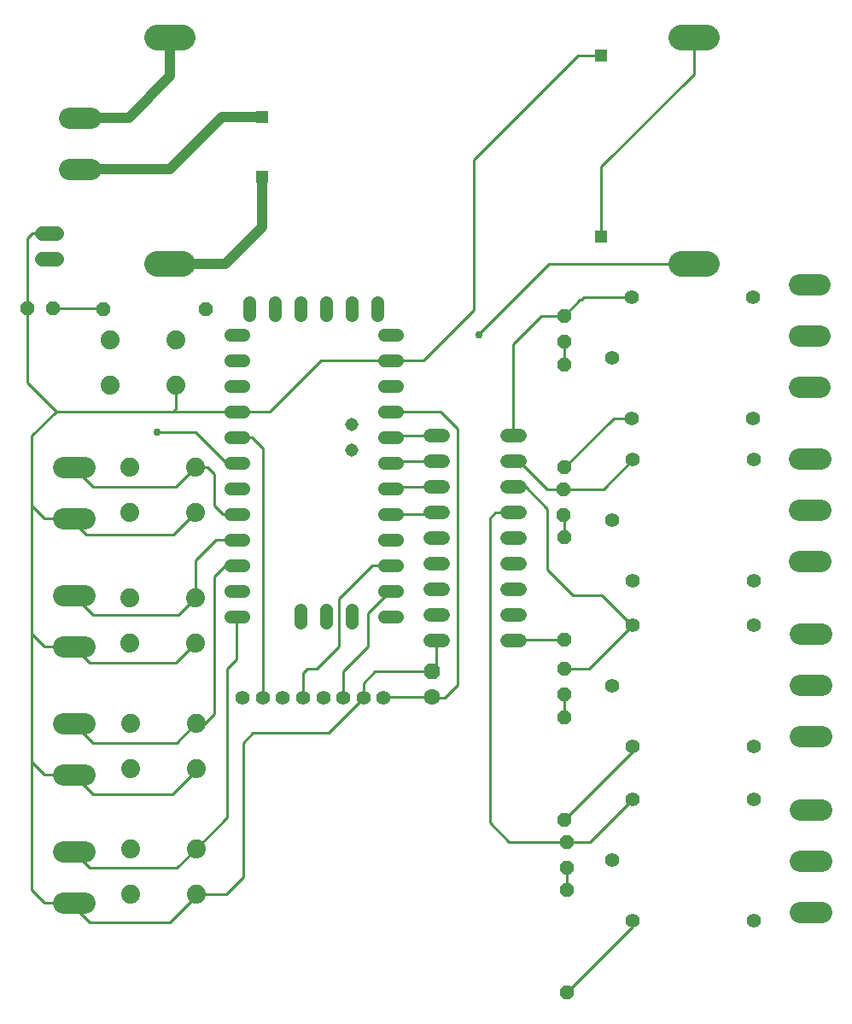
<source format=gbr>
G04 EAGLE Gerber RS-274X export*
G75*
%MOMM*%
%FSLAX34Y34*%
%LPD*%
%INBottom Copper*%
%IPPOS*%
%AMOC8*
5,1,8,0,0,1.08239X$1,22.5*%
G01*
%ADD10P,1.732040X8X112.500000*%
%ADD11C,1.600200*%
%ADD12C,2.540000*%
%ADD13P,1.429621X8X112.500000*%
%ADD14P,1.429621X8X292.500000*%
%ADD15C,1.879600*%
%ADD16C,1.422400*%
%ADD17C,1.308000*%
%ADD18C,1.308000*%
%ADD19R,1.308000X1.308000*%
%ADD20C,1.320800*%
%ADD21P,1.429621X8X202.500000*%
%ADD22P,1.429621X8X22.500000*%
%ADD23C,2.095500*%
%ADD24C,1.422400*%
%ADD25C,1.408000*%
%ADD26C,0.254000*%
%ADD27C,0.756400*%
%ADD28C,1.016000*%


D10*
X419100Y343535D03*
D11*
X419100Y318135D03*
D12*
X172085Y972312D02*
X146685Y972312D01*
X146685Y747268D02*
X172085Y747268D01*
X666115Y972312D02*
X691515Y972312D01*
X691515Y747268D02*
X666115Y747268D01*
D13*
X549910Y670560D03*
X549910Y695960D03*
X549275Y499110D03*
X549275Y524510D03*
D14*
X550545Y647700D03*
X550545Y546100D03*
X549910Y476885D03*
X549910Y375285D03*
D15*
X184277Y501269D03*
X119253Y501269D03*
X184277Y546481D03*
X119253Y546481D03*
D16*
X370990Y317500D03*
X350990Y317500D03*
X330990Y317500D03*
X310990Y317500D03*
X290990Y317500D03*
X270990Y317500D03*
X250990Y317500D03*
X230990Y317500D03*
D17*
X238125Y696405D02*
X238125Y709485D01*
X263525Y709485D02*
X263525Y696405D01*
X288925Y696405D02*
X288925Y709485D01*
X314325Y709485D02*
X314325Y696405D01*
X339725Y696405D02*
X339725Y709485D01*
X365125Y709485D02*
X365125Y696405D01*
X231965Y677545D02*
X218885Y677545D01*
X218885Y652145D02*
X231965Y652145D01*
X231965Y626745D02*
X218885Y626745D01*
X218885Y601345D02*
X231965Y601345D01*
X231965Y575945D02*
X218885Y575945D01*
X218885Y550545D02*
X231965Y550545D01*
X231965Y525145D02*
X218885Y525145D01*
X218885Y499745D02*
X231965Y499745D01*
X231965Y474345D02*
X218885Y474345D01*
X218885Y448945D02*
X231965Y448945D01*
X231965Y423545D02*
X218885Y423545D01*
X218885Y398145D02*
X231965Y398145D01*
X371285Y677545D02*
X384365Y677545D01*
X384365Y652145D02*
X371285Y652145D01*
X371285Y626745D02*
X384365Y626745D01*
X384365Y601345D02*
X371285Y601345D01*
X371285Y575945D02*
X384365Y575945D01*
X384365Y550545D02*
X371285Y550545D01*
X371285Y525145D02*
X384365Y525145D01*
X384365Y499745D02*
X371285Y499745D01*
X371285Y474345D02*
X384365Y474345D01*
X384365Y448945D02*
X371285Y448945D01*
X371285Y423545D02*
X384365Y423545D01*
X384365Y398145D02*
X371285Y398145D01*
X339725Y404685D02*
X339725Y391605D01*
X314325Y391605D02*
X314325Y404685D01*
X288925Y404685D02*
X288925Y391605D01*
D18*
X339725Y588645D03*
X339725Y563245D03*
D19*
X250600Y834300D03*
X250600Y893300D03*
X586600Y954300D03*
X586600Y774300D03*
D20*
X430149Y577215D02*
X416941Y577215D01*
X416941Y551815D02*
X430149Y551815D01*
X430149Y424815D02*
X416941Y424815D01*
X416941Y399415D02*
X430149Y399415D01*
X430149Y526415D02*
X416941Y526415D01*
X416941Y501015D02*
X430149Y501015D01*
X430149Y450215D02*
X416941Y450215D01*
X416941Y475615D02*
X430149Y475615D01*
X430149Y374015D02*
X416941Y374015D01*
X493141Y374015D02*
X506349Y374015D01*
X506349Y399415D02*
X493141Y399415D01*
X493141Y424815D02*
X506349Y424815D01*
X506349Y450215D02*
X493141Y450215D01*
X493141Y475615D02*
X506349Y475615D01*
X506349Y501015D02*
X493141Y501015D01*
X493141Y526415D02*
X506349Y526415D01*
X506349Y551815D02*
X493141Y551815D01*
X493141Y577215D02*
X506349Y577215D01*
D15*
X184277Y371729D03*
X119253Y371729D03*
X184277Y416941D03*
X119253Y416941D03*
X184912Y247269D03*
X119888Y247269D03*
X184912Y292481D03*
X119888Y292481D03*
X184912Y122809D03*
X119888Y122809D03*
X184912Y168021D03*
X119888Y168021D03*
X164592Y626999D03*
X99568Y626999D03*
X164592Y672211D03*
X99568Y672211D03*
D14*
X549910Y297815D03*
X549910Y196215D03*
X552450Y127000D03*
X552450Y25400D03*
D13*
X549910Y320675D03*
X549910Y346075D03*
X552450Y149225D03*
X552450Y174625D03*
D21*
X194310Y702945D03*
X92710Y702945D03*
D22*
X17780Y703580D03*
X43180Y703580D03*
D23*
X59373Y892810D02*
X80328Y892810D01*
X80328Y842010D02*
X59373Y842010D01*
D24*
X46482Y778510D02*
X32258Y778510D01*
X32258Y753110D02*
X46482Y753110D01*
D25*
X737295Y594755D03*
X617295Y714755D03*
X597295Y654755D03*
X737295Y714755D03*
X617295Y594755D03*
X737930Y433465D03*
X617930Y553465D03*
X597930Y493465D03*
X737930Y553465D03*
X617930Y433465D03*
X737930Y269635D03*
X617930Y389635D03*
X597930Y329635D03*
X737930Y389635D03*
X617930Y269635D03*
X737930Y96915D03*
X617930Y216915D03*
X597930Y156915D03*
X737930Y216915D03*
X617930Y96915D03*
D23*
X782638Y625475D02*
X803593Y625475D01*
X803593Y676275D02*
X782638Y676275D01*
X782638Y727075D02*
X803593Y727075D01*
X804228Y452755D02*
X783273Y452755D01*
X783273Y503555D02*
X804228Y503555D01*
X804228Y554355D02*
X783273Y554355D01*
X783908Y279400D02*
X804863Y279400D01*
X804863Y330200D02*
X783908Y330200D01*
X783908Y381000D02*
X804863Y381000D01*
X804863Y105410D02*
X783908Y105410D01*
X783908Y156210D02*
X804863Y156210D01*
X804863Y207010D02*
X783908Y207010D01*
X73978Y546100D02*
X53023Y546100D01*
X53023Y495300D02*
X73978Y495300D01*
X73978Y419100D02*
X53023Y419100D01*
X53023Y368300D02*
X73978Y368300D01*
X73978Y292100D02*
X53023Y292100D01*
X53023Y241300D02*
X73978Y241300D01*
X73978Y165100D02*
X53023Y165100D01*
X53023Y114300D02*
X73978Y114300D01*
D26*
X377825Y575945D02*
X379095Y577215D01*
X423545Y577215D01*
X379095Y551815D02*
X377825Y550545D01*
X379095Y551815D02*
X423545Y551815D01*
X379095Y526415D02*
X377825Y525145D01*
X379095Y526415D02*
X423545Y526415D01*
X422275Y499745D02*
X377825Y499745D01*
X422275Y499745D02*
X423545Y501015D01*
X350990Y331940D02*
X350990Y317500D01*
X362585Y343535D02*
X419100Y343535D01*
X362585Y343535D02*
X350990Y331940D01*
X423545Y347980D02*
X423545Y374015D01*
X423545Y347980D02*
X419100Y343535D01*
X258445Y601345D02*
X225425Y601345D01*
X309245Y652145D02*
X377825Y652145D01*
X309245Y652145D02*
X258445Y601345D01*
X377825Y652145D02*
X410845Y652145D01*
X460375Y701675D01*
X460375Y850900D01*
X563775Y954300D01*
X586600Y954300D01*
X39370Y778510D02*
X22860Y778510D01*
X17780Y773430D02*
X17780Y703580D01*
X17780Y773430D02*
X22860Y778510D01*
X161925Y601345D02*
X225425Y601345D01*
X161925Y601345D02*
X46355Y601345D01*
X17780Y629920D02*
X17780Y703580D01*
X17780Y629920D02*
X46355Y601345D01*
X164592Y604012D02*
X164592Y626999D01*
X164592Y604012D02*
X161925Y601345D01*
X46355Y601345D02*
X22225Y577215D01*
X22225Y127000D02*
X34925Y114300D01*
X63500Y114300D01*
X22225Y508000D02*
X22225Y577215D01*
X22225Y508000D02*
X22225Y381000D01*
X22225Y254000D01*
X22225Y127000D01*
X34925Y241300D02*
X63500Y241300D01*
X34925Y241300D02*
X22225Y254000D01*
X34925Y368300D02*
X63500Y368300D01*
X34925Y368300D02*
X22225Y381000D01*
X60325Y495300D02*
X63500Y495300D01*
X60325Y495300D02*
X34925Y495300D01*
X22225Y508000D01*
X63500Y111125D02*
X79375Y95250D01*
X63500Y111125D02*
X63500Y114300D01*
X79375Y95250D02*
X158750Y95250D01*
X184912Y121412D02*
X184912Y122809D01*
X184912Y121412D02*
X158750Y95250D01*
X82550Y222250D02*
X63500Y241300D01*
X82550Y222250D02*
X161925Y222250D01*
X184912Y245237D02*
X184912Y247269D01*
X184912Y245237D02*
X161925Y222250D01*
X79375Y352425D02*
X63500Y368300D01*
X79375Y352425D02*
X165100Y352425D01*
X184277Y371602D02*
X184277Y371729D01*
X184277Y371602D02*
X165100Y352425D01*
X162433Y479425D02*
X184277Y501269D01*
X76200Y479425D02*
X60325Y495300D01*
X76200Y479425D02*
X162433Y479425D01*
X350990Y317500D02*
X316065Y282575D01*
X241300Y282575D01*
X231775Y273050D01*
X214884Y122809D02*
X184912Y122809D01*
X231775Y139700D02*
X231775Y273050D01*
X231775Y139700D02*
X214884Y122809D01*
X82550Y527050D02*
X63500Y546100D01*
X82550Y527050D02*
X164846Y527050D01*
X184277Y546481D01*
X196469Y546481D01*
X203200Y539750D02*
X203200Y508000D01*
X211455Y499745D01*
X225425Y499745D01*
X203200Y539750D02*
X196469Y546481D01*
X63500Y419100D02*
X82550Y400050D01*
X167386Y400050D02*
X184277Y416941D01*
X167386Y400050D02*
X82550Y400050D01*
X204470Y474345D02*
X225425Y474345D01*
X184277Y454152D02*
X184277Y416941D01*
X184277Y454152D02*
X204470Y474345D01*
X63500Y292100D02*
X82550Y273050D01*
X165481Y273050D01*
X184341Y291910D01*
X184912Y292481D01*
X213995Y448945D02*
X225425Y448945D01*
X213995Y448945D02*
X203200Y438150D01*
X193485Y291910D02*
X184341Y291910D01*
X203200Y301625D02*
X203200Y438150D01*
X203200Y301625D02*
X193485Y291910D01*
X63500Y165100D02*
X79375Y149225D01*
X166116Y149225D01*
X184912Y168021D01*
X215900Y199009D01*
X215900Y346075D02*
X225425Y355600D01*
X225425Y398145D01*
X215900Y346075D02*
X215900Y199009D01*
X92075Y703580D02*
X43180Y703580D01*
X92075Y703580D02*
X92710Y702945D01*
X550545Y546100D02*
X599200Y594755D01*
X617295Y594755D01*
X501015Y375285D02*
X499745Y374015D01*
X501015Y375285D02*
X549910Y375285D01*
X617930Y264235D02*
X549910Y196215D01*
X617930Y264235D02*
X617930Y269635D01*
X617930Y90880D02*
X552450Y25400D01*
X617930Y90880D02*
X617930Y96915D01*
X464185Y676275D02*
X463550Y676275D01*
X464185Y676275D02*
X465455Y677545D01*
D27*
X465455Y677545D03*
D26*
X534543Y747268D02*
X678815Y747268D01*
X534543Y747268D02*
X463550Y676275D01*
X678815Y935990D02*
X678815Y972312D01*
X586600Y843775D02*
X586600Y774300D01*
X586600Y843775D02*
X678815Y935990D01*
D28*
X213868Y747268D02*
X159385Y747268D01*
X250600Y784000D02*
X250600Y834300D01*
X250600Y784000D02*
X213868Y747268D01*
D26*
X371625Y318135D02*
X370990Y317500D01*
X371625Y318135D02*
X419100Y318135D01*
X427355Y601345D02*
X377825Y601345D01*
X427355Y601345D02*
X444500Y584200D01*
X444500Y330200D02*
X431800Y317500D01*
X419735Y317500D01*
X419100Y318135D01*
X444500Y330200D02*
X444500Y584200D01*
X240030Y575945D02*
X225425Y575945D01*
X250990Y564985D02*
X250990Y317500D01*
X250990Y564985D02*
X240030Y575945D01*
X330990Y343690D02*
X330990Y317500D01*
X355600Y401320D02*
X377825Y423545D01*
X355600Y368300D02*
X330990Y343690D01*
X355600Y368300D02*
X355600Y401320D01*
X360045Y448945D02*
X377825Y448945D01*
X327025Y415925D02*
X327025Y368300D01*
X304800Y346075D01*
X295275Y346075D01*
X290990Y341790D01*
X290990Y317500D01*
X327025Y415925D02*
X360045Y448945D01*
D28*
X118110Y892810D02*
X69850Y892810D01*
X159385Y934085D02*
X159385Y972312D01*
X159385Y934085D02*
X118110Y892810D01*
X159385Y842010D02*
X69850Y842010D01*
X210675Y893300D02*
X250600Y893300D01*
X210675Y893300D02*
X159385Y842010D01*
D26*
X214630Y550545D02*
X225425Y550545D01*
X214630Y550545D02*
X184150Y581025D01*
X146050Y581025D01*
D27*
X146050Y581025D03*
D26*
X565785Y711835D02*
X566750Y711835D01*
X565785Y711835D02*
X549910Y695960D01*
X569670Y714755D02*
X617295Y714755D01*
X569670Y714755D02*
X566750Y711835D01*
X499745Y668020D02*
X499745Y577215D01*
X527685Y695960D02*
X549910Y695960D01*
X527685Y695960D02*
X499745Y668020D01*
X549275Y524510D02*
X588975Y524510D01*
X617930Y553465D01*
X505460Y551815D02*
X499745Y551815D01*
X505460Y551815D02*
X533400Y523875D01*
X548640Y523875D01*
X549275Y524510D01*
X511810Y526415D02*
X499745Y526415D01*
X533400Y504825D02*
X533400Y444500D01*
X558800Y419100D01*
X533400Y504825D02*
X511810Y526415D01*
X558800Y419100D02*
X587375Y419100D01*
X574370Y346075D02*
X549910Y346075D01*
X574370Y346075D02*
X617930Y389635D01*
X616840Y389635D01*
X587375Y419100D01*
X575640Y174625D02*
X552450Y174625D01*
X575640Y174625D02*
X617930Y216915D01*
X499745Y501015D02*
X481965Y501015D01*
X476250Y495300D01*
X476250Y193675D01*
X495300Y174625D02*
X552450Y174625D01*
X495300Y174625D02*
X476250Y193675D01*
X550545Y647700D02*
X550545Y669925D01*
X549910Y670560D01*
X549275Y499110D02*
X549910Y498475D01*
X549910Y476885D01*
X549910Y320675D02*
X549910Y297815D01*
X552450Y149225D02*
X552450Y127000D01*
M02*

</source>
